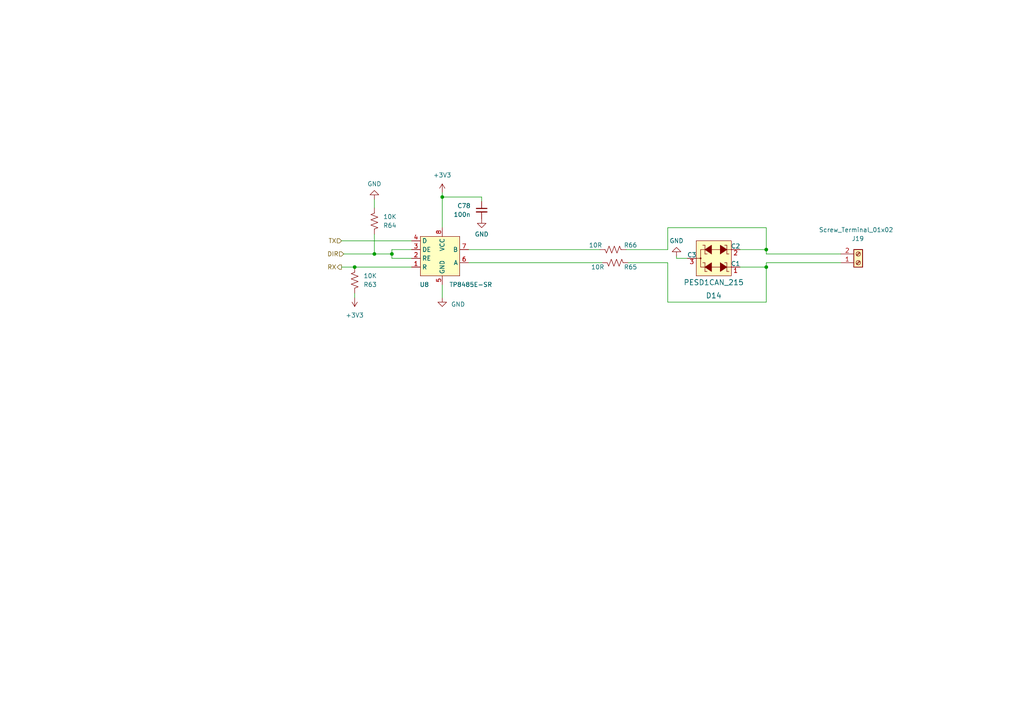
<source format=kicad_sch>
(kicad_sch (version 20230121) (generator eeschema)
  (paper "A4")
  (lib_symbols
    (symbol "Connector:Screw_Terminal_01x02" (pin_names (offset 1.016) hide)
      (property "Reference" "J" (at 0 2.54 0))
      (property "Value" "Screw_Terminal_01x02" (at 0 -5.08 0))
      (symbol "Screw_Terminal_01x02_1_1"
        (rectangle (start -1.27 1.27) (end 1.27 -3.81) (stroke (width 0.254)) (fill (type background)))
        (circle (center 0 -2.54) (radius 0.635) (stroke (width 0.1524)))
        (polyline (pts (xy -0.5334 -2.2098) (xy 0.3302 -3.048)) (stroke (width 0.1524)))
        (polyline (pts (xy -0.5334 0.3302) (xy 0.3302 -0.508)) (stroke (width 0.1524)))
        (polyline (pts (xy -0.3556 -2.032) (xy 0.508 -2.8702)) (stroke (width 0.1524)))
        (polyline (pts (xy -0.3556 0.508) (xy 0.508 -0.3302)) (stroke (width 0.1524)))
        (circle (center 0 0) (radius 0.635) (stroke (width 0.1524)))
        (pin passive line (at -5.08 0 0) (length 3.81) (name "Pin_1") (number "1"))
        (pin passive line (at -5.08 -2.54 0) (length 3.81) (name "Pin_2") (number "2"))
      )
    )
    (symbol "Device:C_Small" (pin_numbers hide) (pin_names (offset 0.254) hide)
      (property "Reference" "C" (at 0.254 1.778 0))
      (property "Value" "C_Small" (at 0.254 -2.032 0))
      (symbol "C_Small_0_1"
        (polyline (pts (xy -1.524 -0.508) (xy 1.524 -0.508)) (stroke (width 0.3302)))
        (polyline (pts (xy -1.524 0.508) (xy 1.524 0.508)) (stroke (width 0.3048)))
      )
      (symbol "C_Small_1_1"
        (pin passive line (at 0 2.54 270) (length 2.032) (name "~") (number "1"))
        (pin passive line (at 0 -2.54 90) (length 2.032) (name "~") (number "2"))
      )
    )
    (symbol "Device:R_US" (pin_numbers hide) (pin_names (offset 0))
      (property "Reference" "R" (at 2.54 0 90))
      (property "Value" "R_US" (at -2.54 0 90))
      (symbol "R_US_0_1"
        (polyline (pts (xy 0 -2.286) (xy 0 -2.54)))
        (polyline (pts (xy 0 2.286) (xy 0 2.54)))
        (polyline (pts (xy 0 -0.762) (xy 1.016 -1.143) (xy 0 -1.524) (xy -1.016 -1.905) (xy 0 -2.286)))
        (polyline (pts (xy 0 0.762) (xy 1.016 0.381) (xy 0 0) (xy -1.016 -0.381) (xy 0 -0.762)))
        (polyline (pts (xy 0 2.286) (xy 1.016 1.905) (xy 0 1.524) (xy -1.016 1.143) (xy 0 0.762)))
      )
      (symbol "R_US_1_1"
        (pin passive line (at 0 3.81 270) (length 1.27) (name "~") (number "1"))
        (pin passive line (at 0 -3.81 90) (length 1.27) (name "~") (number "2"))
      )
    )
    (symbol "GCL_Integrated-Circuits:TP8485E-SR"
      (property "Reference" "U" (at 0 0 0))
      (property "Value" "TP8485E-SR" (at 0 -2.54 0))
      (symbol "TP8485E-SR_0_0"
        (pin passive line (at -2.54 -6.35 0) (length 2.54) (name "R") (number "1"))
        (pin passive line (at -2.54 -8.89 0) (length 2.54) (name "RE") (number "2"))
        (pin passive line (at -2.54 -11.43 0) (length 2.54) (name "DE") (number "3"))
        (pin passive line (at -2.54 -13.97 0) (length 2.54) (name "D") (number "4"))
        (pin power_in line (at 6.35 -1.27 270) (length 2.54) (name "GND") (number "5"))
        (pin passive line (at 13.97 -7.62 180) (length 2.54) (name "A") (number "6"))
        (pin passive line (at 13.97 -11.43 180) (length 2.54) (name "B") (number "7"))
        (pin power_in line (at 6.35 -17.78 90) (length 2.54) (name "VCC") (number "8"))
      )
      (symbol "TP8485E-SR_0_1"
        (rectangle (start 0 -3.81) (end 11.43 -15.24) (fill (type background)))
      )
    )
    (symbol "dk_TVS-Diodes:PESD1CAN_215" (pin_names (offset 0))
      (property "Reference" "D" (at -5.08 6.096 0))
      (property "Value" "PESD1CAN_215" (at 0 -6.35 0))
      (symbol "PESD1CAN_215_0_1"
        (rectangle (start -5.08 5.08) (end 5.08 -5.08) (fill (type background)))
        (polyline (pts (xy -5.08 -2.54) (xy -3.81 -2.54)))
        (polyline (pts (xy -5.08 2.54) (xy -3.81 2.54)))
        (polyline (pts (xy -3.81 -3.81) (xy -3.175 -3.81)))
        (polyline (pts (xy -3.81 -1.27) (xy -4.445 -1.27)))
        (polyline (pts (xy -3.81 -1.27) (xy -3.81 -3.81)))
        (polyline (pts (xy -3.81 1.27) (xy -3.175 1.27)))
        (polyline (pts (xy -3.81 3.81) (xy -4.445 3.81)))
        (polyline (pts (xy -3.81 3.81) (xy -3.81 1.27)))
        (polyline (pts (xy 0.635 -2.54) (xy -1.905 -2.54)))
        (polyline (pts (xy 0.635 2.54) (xy -1.905 2.54)))
        (polyline (pts (xy 0.635 2.54) (xy 0.635 2.54)))
        (polyline (pts (xy 2.54 -3.81) (xy 3.175 -3.81)))
        (polyline (pts (xy 2.54 -1.27) (xy 1.905 -1.27)))
        (polyline (pts (xy 2.54 -1.27) (xy 2.54 -3.81)))
        (polyline (pts (xy 2.54 1.27) (xy 3.175 1.27)))
        (polyline (pts (xy 2.54 3.81) (xy 1.905 3.81)))
        (polyline (pts (xy 2.54 3.81) (xy 2.54 1.27)))
        (polyline (pts (xy 3.81 0) (xy 5.08 0)))
        (polyline (pts (xy -1.905 -1.27) (xy -1.905 -3.81) (xy -3.81 -2.54) (xy -1.905 -1.27)) (fill (type outline)))
        (polyline (pts (xy -1.905 1.27) (xy -1.905 3.81) (xy -3.81 2.54) (xy -1.905 1.27)) (fill (type outline)))
        (polyline (pts (xy 0.635 -1.27) (xy 0.635 -3.81) (xy 2.54 -2.54) (xy 0.635 -1.27)) (fill (type outline)))
        (polyline (pts (xy 0.635 3.81) (xy 0.635 1.27) (xy 2.54 2.54) (xy 0.635 3.81)) (fill (type outline)))
        (polyline (pts (xy 2.54 2.54) (xy 3.81 2.54) (xy 3.81 -2.54) (xy 2.54 -2.54)))
        (circle (center 3.81 0) (radius 0.1778) (fill (type outline)))
      )
      (symbol "PESD1CAN_215_1_1"
        (pin passive line (at -7.62 2.54 0) (length 2.54) (name "C1") (number "1"))
        (pin passive line (at -7.62 -2.54 0) (length 2.54) (name "C2") (number "2"))
        (pin passive line (at 7.62 0 180) (length 2.54) (name "C3") (number "3"))
      )
    )
    (symbol "power:+3V3" (power) (pin_names (offset 0))
      (property "Value" "+3V3" (at 0 3.556 0))
      (symbol "+3V3_0_1"
        (polyline (pts (xy -0.762 1.27) (xy 0 2.54)))
        (polyline (pts (xy 0 0) (xy 0 2.54)))
        (polyline (pts (xy 0 2.54) (xy 0.762 1.27)))
      )
      (symbol "+3V3_1_1"
        (pin power_in line (at 0 0 90) (length 0) hide (name "+3V3") (number "1"))
      )
    )
    (symbol "power:GND" (power) (pin_names (offset 0))
      (property "Value" "GND" (at 0 -3.81 0))
      (symbol "GND_0_1"
        (polyline (pts (xy 0 0) (xy 0 -1.27) (xy 1.27 -1.27) (xy 0 -2.54) (xy -1.27 -1.27) (xy 0 -1.27)))
      )
      (symbol "GND_1_1"
        (pin power_in line (at 0 0 270) (length 0) hide (name "GND") (number "1"))
      )
    )
  )
  (junction (at 108.585 73.66))
  (junction (at 222.25 77.47))
  (junction (at 128.27 57.15))
  (junction (at 113.665 73.66))
  (junction (at 222.25 72.39))
  (junction (at 102.87 77.47))
  (wire (pts (xy 214.63 77.47) (xy 222.25 77.47)))
  (wire (pts (xy 99.06 77.47) (xy 102.87 77.47)))
  (wire (pts (xy 196.215 74.93) (xy 199.39 74.93)))
  (wire (pts (xy 102.87 77.47) (xy 119.38 77.47)))
  (wire (pts (xy 222.25 73.66) (xy 222.25 72.39)))
  (wire (pts (xy 113.665 73.66) (xy 113.665 72.39)))
  (wire (pts (xy 108.585 60.325) (xy 108.585 57.785)))
  (wire (pts (xy 193.675 87.63) (xy 222.25 87.63)))
  (wire (pts (xy 135.89 76.2) (xy 174.625 76.2)))
  (wire (pts (xy 222.25 77.47) (xy 222.25 76.2)))
  (wire (pts (xy 99.695 73.66) (xy 108.585 73.66)))
  (wire (pts (xy 182.245 76.2) (xy 193.675 76.2)))
  (wire (pts (xy 99.06 69.85) (xy 119.38 69.85)))
  (wire (pts (xy 222.25 72.39) (xy 222.25 66.04)))
  (wire (pts (xy 128.27 82.55) (xy 128.27 86.36)))
  (wire (pts (xy 135.89 72.39) (xy 173.99 72.39)))
  (wire (pts (xy 193.675 66.04) (xy 193.675 72.39)))
  (wire (pts (xy 113.665 74.93) (xy 113.665 73.66)))
  (wire (pts (xy 128.27 57.15) (xy 128.27 66.04)))
  (wire (pts (xy 243.84 73.66) (xy 222.25 73.66)))
  (wire (pts (xy 139.7 57.15) (xy 128.27 57.15)))
  (wire (pts (xy 102.87 86.36) (xy 102.87 85.09)))
  (wire (pts (xy 108.585 67.945) (xy 108.585 73.66)))
  (wire (pts (xy 139.7 58.42) (xy 139.7 57.15)))
  (wire (pts (xy 181.61 72.39) (xy 193.675 72.39)))
  (wire (pts (xy 119.38 74.93) (xy 113.665 74.93)))
  (wire (pts (xy 222.25 66.04) (xy 193.675 66.04)))
  (wire (pts (xy 128.27 57.15) (xy 128.27 55.88)))
  (wire (pts (xy 193.675 76.2) (xy 193.675 87.63)))
  (wire (pts (xy 113.665 72.39) (xy 119.38 72.39)))
  (wire (pts (xy 108.585 73.66) (xy 113.665 73.66)))
  (wire (pts (xy 214.63 72.39) (xy 222.25 72.39)))
  (wire (pts (xy 222.25 76.2) (xy 243.84 76.2)))
  (wire (pts (xy 222.25 87.63) (xy 222.25 77.47)))
  (wire (pts (xy 196.215 74.295) (xy 196.215 74.93)))
  (hierarchical_label "DIR" (shape input) (at 99.695 73.66 180))
  (hierarchical_label "RX" (shape output) (at 99.06 77.47 180))
  (hierarchical_label "TX" (shape input) (at 99.06 69.85 180))
  (symbol (lib_id "GCL_Integrated-Circuits:TP8485E-SR") (at 121.92 83.82 0) (mirror x) (unit 1)
    (property "Reference" "U8" (at 124.46 82.55 0) (effects (justify right)))
    (property "Value" "TP8485E-SR" (at 130.2894 82.55 0) (effects (justify left)))
    (property "Footprint" "Package_SO:SOIC-8_3.9x4.9mm_P1.27mm" (effects hide))
  )
  (symbol (lib_id "Device:R_US") (at 178.435 76.2 90) (mirror x) (unit 1)
    (property "Reference" "R65" (at 182.88 77.47 90))
    (property "Value" "10R" (at 173.355 77.47 90))
    (property "Footprint" "Resistor_SMD:R_0402_1005Metric" (effects hide))
  )
  (symbol (lib_id "Device:C_Small") (at 139.7 60.96 0) (mirror y) (unit 1)
    (property "Reference" "C78" (at 136.525 59.6962 0) (effects (justify left)))
    (property "Value" "100n" (at 136.525 62.2362 0) (effects (justify left)))
    (property "Footprint" "Capacitor_SMD:C_0402_1005Metric" (effects hide))
  )
  (symbol (lib_id "power:GND") (at 108.585 57.785 0) (mirror x) (unit 1)
    (property "Reference" "#PWR0147" (effects hide))
    (property "Value" "GND" (at 108.585 53.34 0))
  )
  (symbol (lib_id "Device:R_US") (at 177.8 72.39 90) (mirror x) (unit 1)
    (property "Reference" "R66" (at 182.88 71.12 90))
    (property "Value" "10R" (at 172.72 71.12 90))
    (property "Footprint" "Resistor_SMD:R_0402_1005Metric" (effects hide))
  )
  (symbol (lib_id "Connector:Screw_Terminal_01x02") (at 248.92 76.2 0) (mirror x) (unit 1)
    (property "Reference" "J19" (at 247.015 69.215 0) (effects (justify left)))
    (property "Value" "Screw_Terminal_01x02" (at 237.49 66.675 0) (effects (justify left)))
    (property "Footprint" "TerminalBlock_Phoenix:TerminalBlock_Phoenix_PT-1,5-2-3.5-H_1x02_P3.50mm_Horizontal" (effects hide))
  )
  (symbol (lib_id "Device:R_US") (at 102.87 81.28 0) (mirror x) (unit 1)
    (property "Reference" "R63" (at 105.41 82.5501 0) (effects (justify left)))
    (property "Value" "10K" (at 105.41 80.0101 0) (effects (justify left)))
    (property "Footprint" "Resistor_SMD:R_0402_1005Metric" (effects hide))
  )
  (symbol (lib_id "power:GND") (at 196.215 74.295 0) (mirror x) (unit 1)
    (property "Reference" "#PWR0151" (effects hide))
    (property "Value" "GND" (at 196.215 69.85 0))
  )
  (symbol (lib_id "power:GND") (at 139.7 63.5 0) (mirror y) (unit 1)
    (property "Reference" "#PWR0148" (effects hide))
    (property "Value" "GND" (at 139.7 67.945 0))
  )
  (symbol (lib_id "power:GND") (at 128.27 86.36 0) (mirror y) (unit 1)
    (property "Reference" "#PWR0150" (effects hide))
    (property "Value" "GND" (at 130.81 88.265 0) (effects (justify right)))
  )
  (symbol (lib_id "dk_TVS-Diodes:PESD1CAN_215") (at 207.01 74.93 180) (unit 1)
    (property "Reference" "D14" (at 207.01 85.725 0) (effects (font (size 1.524 1.524))))
    (property "Value" "PESD1CAN_215" (at 207.01 81.915 0) (effects (font (size 1.524 1.524))))
    (property "Footprint" "digikey-footprints:SOT-23-3" (effects hide))
    (property "Datasheet" "https://assets.nexperia.com/documents/data-sheet/PESD1CAN.pdf" (effects hide))
    (property "Digi-Key_PN" "1727-3817-1-ND" (effects hide))
    (property "MPN" "PESD1CAN,215" (effects hide))
    (property "Category" "Circuit Protection" (effects hide))
    (property "Family" "TVS - Diodes" (effects hide))
    (property "DK_Datasheet_Link" "https://assets.nexperia.com/documents/data-sheet/PESD1CAN.pdf" (effects hide))
    (property "DK_Detail_Page" "/product-detail/en/nexperia-usa-inc/PESD1CAN,215/1727-3817-1-ND/1530822" (effects hide))
    (property "Description" "TVS DIODE 24V 70V SOT23" (effects hide))
    (property "Manufacturer" "Nexperia USA Inc." (effects hide))
    (property "Status" "Active" (effects hide))
  )
  (symbol (lib_id "power:+3V3") (at 102.87 86.36 0) (mirror x) (unit 1)
    (property "Reference" "#PWR0146" (effects hide))
    (property "Value" "+3V3" (at 102.87 91.44 0))
  )
  (symbol (lib_id "power:+3V3") (at 128.27 55.88 0) (mirror y) (unit 1)
    (property "Reference" "#PWR0149" (effects hide))
    (property "Value" "+3V3" (at 128.27 50.8 0))
  )
  (symbol (lib_id "Device:R_US") (at 108.585 64.135 0) (mirror x) (unit 1)
    (property "Reference" "R64" (at 111.125 65.4051 0) (effects (justify left)))
    (property "Value" "10K" (at 111.125 62.8651 0) (effects (justify left)))
    (property "Footprint" "Resistor_SMD:R_0402_1005Metric" (effects hide))
  )
)
</source>
